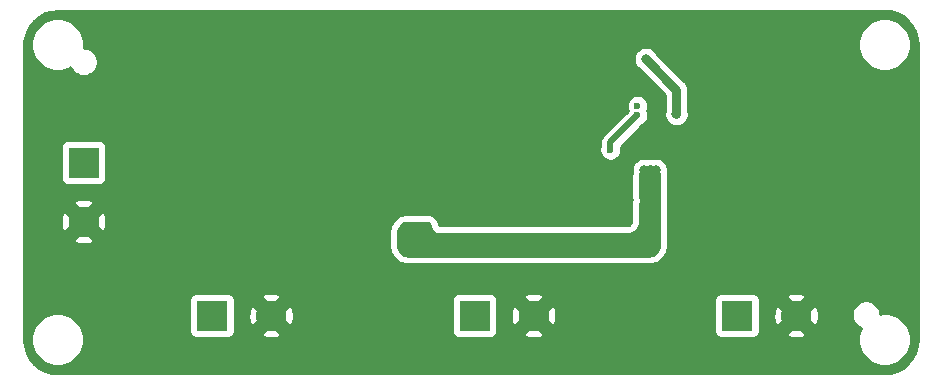
<source format=gbr>
G04 #@! TF.GenerationSoftware,KiCad,Pcbnew,(5.1.6)-1*
G04 #@! TF.CreationDate,2020-09-10T01:06:56+02:00*
G04 #@! TF.ProjectId,BananaSchplit,42616e61-6e61-4536-9368-706c69742e6b,rev?*
G04 #@! TF.SameCoordinates,Original*
G04 #@! TF.FileFunction,Copper,L2,Bot*
G04 #@! TF.FilePolarity,Positive*
%FSLAX46Y46*%
G04 Gerber Fmt 4.6, Leading zero omitted, Abs format (unit mm)*
G04 Created by KiCad (PCBNEW (5.1.6)-1) date 2020-09-10 01:06:56*
%MOMM*%
%LPD*%
G01*
G04 APERTURE LIST*
G04 #@! TA.AperFunction,Conductor*
%ADD10R,2.950000X4.500000*%
G04 #@! TD*
G04 #@! TA.AperFunction,ComponentPad*
%ADD11C,2.600000*%
G04 #@! TD*
G04 #@! TA.AperFunction,ComponentPad*
%ADD12R,2.600000X2.600000*%
G04 #@! TD*
G04 #@! TA.AperFunction,ViaPad*
%ADD13C,0.600000*%
G04 #@! TD*
G04 #@! TA.AperFunction,ViaPad*
%ADD14C,0.800000*%
G04 #@! TD*
G04 #@! TA.AperFunction,ViaPad*
%ADD15C,1.000000*%
G04 #@! TD*
G04 #@! TA.AperFunction,Conductor*
%ADD16C,0.500000*%
G04 #@! TD*
G04 #@! TA.AperFunction,Conductor*
%ADD17C,0.750000*%
G04 #@! TD*
G04 #@! TA.AperFunction,Conductor*
%ADD18C,0.254000*%
G04 #@! TD*
G04 APERTURE END LIST*
D10*
X47850000Y-20895000D03*
D11*
X40875000Y-42250000D03*
D12*
X35875000Y-42250000D03*
X25000000Y-29300000D03*
D11*
X25000000Y-34300000D03*
X63100000Y-42250000D03*
D12*
X58100000Y-42250000D03*
X80325000Y-42250000D03*
D11*
X85325000Y-42250000D03*
D13*
X68850000Y-24950000D03*
X68000000Y-24950000D03*
X68000000Y-24100000D03*
X68850000Y-24100000D03*
X69700000Y-24100000D03*
X69700000Y-24950000D03*
X69700000Y-25800000D03*
X68850000Y-25800000D03*
X68000000Y-25800000D03*
D14*
X56950000Y-26250000D03*
X57125000Y-24950000D03*
X60425000Y-23700000D03*
X63875000Y-22525000D03*
X62825000Y-20100000D03*
X66825000Y-18075000D03*
X79050000Y-28100000D03*
X81025000Y-28625000D03*
X81175000Y-25900000D03*
X81175000Y-25000000D03*
X77750000Y-25000000D03*
X77750000Y-25900000D03*
X68950000Y-33650000D03*
X69050000Y-32500000D03*
X52575000Y-43925000D03*
X72825000Y-44125000D03*
X30325000Y-44075000D03*
X27500000Y-17000000D03*
X30000000Y-17000000D03*
X32500000Y-17000000D03*
X35000000Y-17000000D03*
X37500000Y-17000000D03*
X60000000Y-17000000D03*
X62500000Y-17000000D03*
X65000000Y-17000000D03*
X67500000Y-17000000D03*
X70000000Y-17000000D03*
X72500000Y-17000000D03*
X75000000Y-17000000D03*
X77500000Y-17000000D03*
X80000000Y-17000000D03*
X82500000Y-17000000D03*
X85000000Y-17000000D03*
X87500000Y-17000000D03*
X90000000Y-17000000D03*
X25000000Y-17000000D03*
X20500000Y-27500000D03*
X20500000Y-42500000D03*
X20500000Y-40000000D03*
X20500000Y-37500000D03*
X20500000Y-35000000D03*
X20500000Y-32500000D03*
X20500000Y-30000000D03*
X20500000Y-25000000D03*
X20500000Y-22500000D03*
X25000000Y-46500000D03*
X32500000Y-46500000D03*
X35000000Y-46500000D03*
X52500000Y-46500000D03*
X72500000Y-46500000D03*
X82500000Y-46500000D03*
X40000000Y-46500000D03*
X42500000Y-46500000D03*
X65000000Y-46500000D03*
X60000000Y-46500000D03*
X47500000Y-46500000D03*
X50000000Y-46500000D03*
X55000000Y-46500000D03*
X67500000Y-46500000D03*
X27500000Y-46500000D03*
X75000000Y-46500000D03*
X37500000Y-46500000D03*
X45000000Y-46500000D03*
X70000000Y-46500000D03*
X57500000Y-46500000D03*
X87500000Y-46500000D03*
X62500000Y-46500000D03*
X80000000Y-46500000D03*
X85000000Y-46500000D03*
X90000000Y-46500000D03*
X77500000Y-46500000D03*
X30000000Y-46500000D03*
X95000000Y-22500000D03*
X95000000Y-32500000D03*
X95000000Y-25000000D03*
X95000000Y-30000000D03*
X95000000Y-35000000D03*
X95000000Y-27500000D03*
X95000000Y-40000000D03*
X95000000Y-37500000D03*
X95000000Y-42500000D03*
X67150000Y-29450000D03*
X68250000Y-29450000D03*
X67150000Y-30500000D03*
X68250000Y-30500000D03*
X67150000Y-31550000D03*
X68250000Y-31550000D03*
X30000000Y-20000000D03*
X30000000Y-22500000D03*
X30000000Y-25000000D03*
X27500000Y-25000000D03*
X25000000Y-25000000D03*
X27500000Y-22500000D03*
X27500000Y-20000000D03*
X25000000Y-22500000D03*
X25000000Y-37500000D03*
X25000000Y-40000000D03*
X32500000Y-32500000D03*
X57500000Y-20000000D03*
X60000000Y-20000000D03*
X60000000Y-22500000D03*
X57500000Y-22500000D03*
X85000000Y-20000000D03*
X87500000Y-20000000D03*
X82500000Y-27500000D03*
X92500000Y-35000000D03*
X87500000Y-35000000D03*
X85000000Y-35000000D03*
X85000000Y-37500000D03*
X90000000Y-35000000D03*
X90000000Y-37500000D03*
X87500000Y-37500000D03*
X92500000Y-37500000D03*
X92500000Y-40000000D03*
X90000000Y-40000000D03*
X70000000Y-42500000D03*
X32500000Y-37500000D03*
X90000000Y-20000000D03*
X85000000Y-27500000D03*
X92500000Y-27500000D03*
X85000000Y-30000000D03*
X87500000Y-22500000D03*
X90000000Y-22500000D03*
X92500000Y-22500000D03*
X92500000Y-32500000D03*
X40000000Y-17000000D03*
X57500000Y-17000000D03*
X55000000Y-17000000D03*
X44050000Y-20250000D03*
X41700000Y-20550000D03*
X41700000Y-18450000D03*
X43000000Y-19500000D03*
X46800000Y-19050000D03*
X48900000Y-19050000D03*
X46800000Y-20250000D03*
X48900000Y-20250000D03*
X48900000Y-21550000D03*
X46800000Y-21550000D03*
X46800000Y-22800000D03*
X48900000Y-22800000D03*
X49100000Y-17350000D03*
X50250000Y-17350000D03*
X38550000Y-29050000D03*
X36050000Y-29050000D03*
X37300000Y-26850000D03*
X37300000Y-31250000D03*
X36400000Y-25100000D03*
X38200000Y-25100000D03*
X37300000Y-23200000D03*
X56950000Y-27450000D03*
X71150000Y-32500000D03*
X46650000Y-44800000D03*
X48350000Y-44800000D03*
X67500000Y-40000000D03*
X70000000Y-44450000D03*
X70000000Y-40000000D03*
X61050000Y-40000000D03*
X65150000Y-40000000D03*
X76500000Y-40000000D03*
X77900000Y-36850000D03*
X77900000Y-35000000D03*
X22700000Y-25000000D03*
X22700000Y-22500000D03*
X22700000Y-37500000D03*
X22700000Y-40000000D03*
X25000000Y-42500000D03*
X77900000Y-31650000D03*
X36100000Y-22300000D03*
X33750000Y-21500000D03*
D13*
X69600000Y-28200000D03*
X71900000Y-25300000D03*
X71900000Y-24500000D03*
D14*
X72600000Y-20537500D03*
X75200000Y-25200000D03*
X72425000Y-30950000D03*
X72425000Y-29925000D03*
X73450000Y-29925000D03*
X73450000Y-30950000D03*
D15*
X52250000Y-35000000D03*
X53750000Y-35000000D03*
X52250000Y-36500000D03*
X53750000Y-36500000D03*
D16*
X69600000Y-27600000D02*
X71900000Y-25300000D01*
X69600000Y-28200000D02*
X69600000Y-27600000D01*
D17*
X75200000Y-23137500D02*
X72600000Y-20537500D01*
X75200000Y-25200000D02*
X75200000Y-23137500D01*
D18*
G36*
X93352572Y-16509307D02*
G01*
X93884093Y-16669783D01*
X94374333Y-16930448D01*
X94804596Y-17281361D01*
X95158507Y-17709167D01*
X95422583Y-18197566D01*
X95586768Y-18727961D01*
X95648001Y-19310552D01*
X95648000Y-44268115D01*
X95590693Y-44852572D01*
X95430217Y-45384096D01*
X95169554Y-45874330D01*
X94818641Y-46304594D01*
X94390832Y-46658508D01*
X93902432Y-46922585D01*
X93372039Y-47086768D01*
X92789457Y-47148000D01*
X22831885Y-47148000D01*
X22247428Y-47090693D01*
X21715904Y-46930217D01*
X21225670Y-46669554D01*
X20795406Y-46318641D01*
X20441492Y-45890832D01*
X20177415Y-45402432D01*
X20013232Y-44872039D01*
X19952000Y-44289457D01*
X19952000Y-44080660D01*
X20573000Y-44080660D01*
X20573000Y-44519340D01*
X20658582Y-44949592D01*
X20826458Y-45354880D01*
X21070176Y-45719630D01*
X21380370Y-46029824D01*
X21745120Y-46273542D01*
X22150408Y-46441418D01*
X22580660Y-46527000D01*
X23019340Y-46527000D01*
X23449592Y-46441418D01*
X23854880Y-46273542D01*
X24219630Y-46029824D01*
X24529824Y-45719630D01*
X24773542Y-45354880D01*
X24941418Y-44949592D01*
X25027000Y-44519340D01*
X25027000Y-44080660D01*
X24941418Y-43650408D01*
X24773542Y-43245120D01*
X24529824Y-42880370D01*
X24219630Y-42570176D01*
X23854880Y-42326458D01*
X23449592Y-42158582D01*
X23019340Y-42073000D01*
X22580660Y-42073000D01*
X22150408Y-42158582D01*
X21745120Y-42326458D01*
X21380370Y-42570176D01*
X21070176Y-42880370D01*
X20826458Y-43245120D01*
X20658582Y-43650408D01*
X20573000Y-44080660D01*
X19952000Y-44080660D01*
X19952000Y-40950000D01*
X33944967Y-40950000D01*
X33944967Y-43550000D01*
X33957073Y-43672913D01*
X33992925Y-43791103D01*
X34051147Y-43900028D01*
X34129499Y-43995501D01*
X34224972Y-44073853D01*
X34333897Y-44132075D01*
X34452087Y-44167927D01*
X34575000Y-44180033D01*
X37175000Y-44180033D01*
X37297913Y-44167927D01*
X37416103Y-44132075D01*
X37525028Y-44073853D01*
X37620501Y-43995501D01*
X37698853Y-43900028D01*
X37746860Y-43810212D01*
X40019066Y-43810212D01*
X40178033Y-44056540D01*
X40543863Y-44157800D01*
X40922419Y-44185744D01*
X41299153Y-44139298D01*
X41571967Y-44056540D01*
X41730934Y-43810212D01*
X40875000Y-42954278D01*
X40019066Y-43810212D01*
X37746860Y-43810212D01*
X37757075Y-43791103D01*
X37792927Y-43672913D01*
X37805033Y-43550000D01*
X37805033Y-42297419D01*
X38939256Y-42297419D01*
X38985702Y-42674153D01*
X39068460Y-42946967D01*
X39314788Y-43105934D01*
X40170722Y-42250000D01*
X41579278Y-42250000D01*
X42435212Y-43105934D01*
X42681540Y-42946967D01*
X42782800Y-42581137D01*
X42810744Y-42202581D01*
X42764298Y-41825847D01*
X42681540Y-41553033D01*
X42435212Y-41394066D01*
X41579278Y-42250000D01*
X40170722Y-42250000D01*
X39314788Y-41394066D01*
X39068460Y-41553033D01*
X38967200Y-41918863D01*
X38939256Y-42297419D01*
X37805033Y-42297419D01*
X37805033Y-40950000D01*
X37792927Y-40827087D01*
X37757075Y-40708897D01*
X37746861Y-40689788D01*
X40019066Y-40689788D01*
X40875000Y-41545722D01*
X41470722Y-40950000D01*
X56169967Y-40950000D01*
X56169967Y-43550000D01*
X56182073Y-43672913D01*
X56217925Y-43791103D01*
X56276147Y-43900028D01*
X56354499Y-43995501D01*
X56449972Y-44073853D01*
X56558897Y-44132075D01*
X56677087Y-44167927D01*
X56800000Y-44180033D01*
X59400000Y-44180033D01*
X59522913Y-44167927D01*
X59641103Y-44132075D01*
X59750028Y-44073853D01*
X59845501Y-43995501D01*
X59923853Y-43900028D01*
X59971860Y-43810212D01*
X62244066Y-43810212D01*
X62403033Y-44056540D01*
X62768863Y-44157800D01*
X63147419Y-44185744D01*
X63524153Y-44139298D01*
X63796967Y-44056540D01*
X63955934Y-43810212D01*
X63100000Y-42954278D01*
X62244066Y-43810212D01*
X59971860Y-43810212D01*
X59982075Y-43791103D01*
X60017927Y-43672913D01*
X60030033Y-43550000D01*
X60030033Y-42297419D01*
X61164256Y-42297419D01*
X61210702Y-42674153D01*
X61293460Y-42946967D01*
X61539788Y-43105934D01*
X62395722Y-42250000D01*
X63804278Y-42250000D01*
X64660212Y-43105934D01*
X64906540Y-42946967D01*
X65007800Y-42581137D01*
X65035744Y-42202581D01*
X64989298Y-41825847D01*
X64906540Y-41553033D01*
X64660212Y-41394066D01*
X63804278Y-42250000D01*
X62395722Y-42250000D01*
X61539788Y-41394066D01*
X61293460Y-41553033D01*
X61192200Y-41918863D01*
X61164256Y-42297419D01*
X60030033Y-42297419D01*
X60030033Y-40950000D01*
X60017927Y-40827087D01*
X59982075Y-40708897D01*
X59971861Y-40689788D01*
X62244066Y-40689788D01*
X63100000Y-41545722D01*
X63695722Y-40950000D01*
X78394967Y-40950000D01*
X78394967Y-43550000D01*
X78407073Y-43672913D01*
X78442925Y-43791103D01*
X78501147Y-43900028D01*
X78579499Y-43995501D01*
X78674972Y-44073853D01*
X78783897Y-44132075D01*
X78902087Y-44167927D01*
X79025000Y-44180033D01*
X81625000Y-44180033D01*
X81747913Y-44167927D01*
X81866103Y-44132075D01*
X81975028Y-44073853D01*
X82070501Y-43995501D01*
X82148853Y-43900028D01*
X82196860Y-43810212D01*
X84469066Y-43810212D01*
X84628033Y-44056540D01*
X84993863Y-44157800D01*
X85372419Y-44185744D01*
X85749153Y-44139298D01*
X86021967Y-44056540D01*
X86180934Y-43810212D01*
X85325000Y-42954278D01*
X84469066Y-43810212D01*
X82196860Y-43810212D01*
X82207075Y-43791103D01*
X82242927Y-43672913D01*
X82255033Y-43550000D01*
X82255033Y-42297419D01*
X83389256Y-42297419D01*
X83435702Y-42674153D01*
X83518460Y-42946967D01*
X83764788Y-43105934D01*
X84620722Y-42250000D01*
X86029278Y-42250000D01*
X86885212Y-43105934D01*
X87131540Y-42946967D01*
X87232800Y-42581137D01*
X87260744Y-42202581D01*
X87242737Y-42056515D01*
X90047000Y-42056515D01*
X90047000Y-42293485D01*
X90093230Y-42525902D01*
X90183915Y-42744834D01*
X90315569Y-42941868D01*
X90483132Y-43109431D01*
X90680166Y-43241085D01*
X90806461Y-43293398D01*
X90658582Y-43650408D01*
X90573000Y-44080660D01*
X90573000Y-44519340D01*
X90658582Y-44949592D01*
X90826458Y-45354880D01*
X91070176Y-45719630D01*
X91380370Y-46029824D01*
X91745120Y-46273542D01*
X92150408Y-46441418D01*
X92580660Y-46527000D01*
X93019340Y-46527000D01*
X93449592Y-46441418D01*
X93854880Y-46273542D01*
X94219630Y-46029824D01*
X94529824Y-45719630D01*
X94773542Y-45354880D01*
X94941418Y-44949592D01*
X95027000Y-44519340D01*
X95027000Y-44080660D01*
X94941418Y-43650408D01*
X94773542Y-43245120D01*
X94529824Y-42880370D01*
X94219630Y-42570176D01*
X93854880Y-42326458D01*
X93449592Y-42158582D01*
X93019340Y-42073000D01*
X92580660Y-42073000D01*
X92453000Y-42098393D01*
X92453000Y-42056515D01*
X92406770Y-41824098D01*
X92316085Y-41605166D01*
X92184431Y-41408132D01*
X92016868Y-41240569D01*
X91819834Y-41108915D01*
X91600902Y-41018230D01*
X91368485Y-40972000D01*
X91131515Y-40972000D01*
X90899098Y-41018230D01*
X90680166Y-41108915D01*
X90483132Y-41240569D01*
X90315569Y-41408132D01*
X90183915Y-41605166D01*
X90093230Y-41824098D01*
X90047000Y-42056515D01*
X87242737Y-42056515D01*
X87214298Y-41825847D01*
X87131540Y-41553033D01*
X86885212Y-41394066D01*
X86029278Y-42250000D01*
X84620722Y-42250000D01*
X83764788Y-41394066D01*
X83518460Y-41553033D01*
X83417200Y-41918863D01*
X83389256Y-42297419D01*
X82255033Y-42297419D01*
X82255033Y-40950000D01*
X82242927Y-40827087D01*
X82207075Y-40708897D01*
X82196861Y-40689788D01*
X84469066Y-40689788D01*
X85325000Y-41545722D01*
X86180934Y-40689788D01*
X86021967Y-40443460D01*
X85656137Y-40342200D01*
X85277581Y-40314256D01*
X84900847Y-40360702D01*
X84628033Y-40443460D01*
X84469066Y-40689788D01*
X82196861Y-40689788D01*
X82148853Y-40599972D01*
X82070501Y-40504499D01*
X81975028Y-40426147D01*
X81866103Y-40367925D01*
X81747913Y-40332073D01*
X81625000Y-40319967D01*
X79025000Y-40319967D01*
X78902087Y-40332073D01*
X78783897Y-40367925D01*
X78674972Y-40426147D01*
X78579499Y-40504499D01*
X78501147Y-40599972D01*
X78442925Y-40708897D01*
X78407073Y-40827087D01*
X78394967Y-40950000D01*
X63695722Y-40950000D01*
X63955934Y-40689788D01*
X63796967Y-40443460D01*
X63431137Y-40342200D01*
X63052581Y-40314256D01*
X62675847Y-40360702D01*
X62403033Y-40443460D01*
X62244066Y-40689788D01*
X59971861Y-40689788D01*
X59923853Y-40599972D01*
X59845501Y-40504499D01*
X59750028Y-40426147D01*
X59641103Y-40367925D01*
X59522913Y-40332073D01*
X59400000Y-40319967D01*
X56800000Y-40319967D01*
X56677087Y-40332073D01*
X56558897Y-40367925D01*
X56449972Y-40426147D01*
X56354499Y-40504499D01*
X56276147Y-40599972D01*
X56217925Y-40708897D01*
X56182073Y-40827087D01*
X56169967Y-40950000D01*
X41470722Y-40950000D01*
X41730934Y-40689788D01*
X41571967Y-40443460D01*
X41206137Y-40342200D01*
X40827581Y-40314256D01*
X40450847Y-40360702D01*
X40178033Y-40443460D01*
X40019066Y-40689788D01*
X37746861Y-40689788D01*
X37698853Y-40599972D01*
X37620501Y-40504499D01*
X37525028Y-40426147D01*
X37416103Y-40367925D01*
X37297913Y-40332073D01*
X37175000Y-40319967D01*
X34575000Y-40319967D01*
X34452087Y-40332073D01*
X34333897Y-40367925D01*
X34224972Y-40426147D01*
X34129499Y-40504499D01*
X34051147Y-40599972D01*
X33992925Y-40708897D01*
X33957073Y-40827087D01*
X33944967Y-40950000D01*
X19952000Y-40950000D01*
X19952000Y-35860212D01*
X24144066Y-35860212D01*
X24303033Y-36106540D01*
X24668863Y-36207800D01*
X25047419Y-36235744D01*
X25424153Y-36189298D01*
X25696967Y-36106540D01*
X25855934Y-35860212D01*
X25245722Y-35250000D01*
X50873000Y-35250000D01*
X50873000Y-36300000D01*
X50876019Y-36361458D01*
X50895234Y-36556548D01*
X50919213Y-36677096D01*
X50976118Y-36864689D01*
X51023155Y-36978249D01*
X51115565Y-37151136D01*
X51183852Y-37253334D01*
X51308215Y-37404871D01*
X51395129Y-37491785D01*
X51546666Y-37616148D01*
X51648864Y-37684435D01*
X51821751Y-37776845D01*
X51935311Y-37823882D01*
X52122904Y-37880787D01*
X52243452Y-37904766D01*
X52438542Y-37923981D01*
X52500000Y-37927000D01*
X72850000Y-37927000D01*
X72911458Y-37923981D01*
X73106548Y-37904766D01*
X73227096Y-37880787D01*
X73414689Y-37823882D01*
X73528249Y-37776845D01*
X73701136Y-37684435D01*
X73803334Y-37616148D01*
X73954871Y-37491785D01*
X74041785Y-37404871D01*
X74166148Y-37253334D01*
X74234435Y-37151136D01*
X74326845Y-36978249D01*
X74373882Y-36864689D01*
X74430787Y-36677096D01*
X74454766Y-36556548D01*
X74473981Y-36361458D01*
X74477000Y-36300000D01*
X74477000Y-30425000D01*
X74473981Y-30363542D01*
X74456207Y-30183083D01*
X74450996Y-30156884D01*
X74477000Y-30026151D01*
X74477000Y-29823849D01*
X74437533Y-29625435D01*
X74360115Y-29438533D01*
X74247723Y-29270326D01*
X74104674Y-29127277D01*
X73936467Y-29014885D01*
X73749565Y-28937467D01*
X73551151Y-28898000D01*
X73348849Y-28898000D01*
X73268457Y-28913991D01*
X73166917Y-28893793D01*
X72986458Y-28876019D01*
X72863542Y-28876019D01*
X72683083Y-28893793D01*
X72594043Y-28911504D01*
X72526151Y-28898000D01*
X72323849Y-28898000D01*
X72125435Y-28937467D01*
X71938533Y-29014885D01*
X71770326Y-29127277D01*
X71627277Y-29270326D01*
X71514885Y-29438533D01*
X71437467Y-29625435D01*
X71398000Y-29823849D01*
X71398000Y-30026151D01*
X71411504Y-30094043D01*
X71393793Y-30183083D01*
X71376019Y-30363542D01*
X71373000Y-30425000D01*
X71373000Y-34219194D01*
X71362857Y-34322180D01*
X71341806Y-34391577D01*
X71307614Y-34455544D01*
X71261606Y-34511606D01*
X71205544Y-34557614D01*
X71141577Y-34591806D01*
X71072180Y-34612857D01*
X70969194Y-34623000D01*
X55115690Y-34623000D01*
X55104599Y-34538751D01*
X55062235Y-34380648D01*
X55012285Y-34260058D01*
X54930443Y-34118304D01*
X54850983Y-34014751D01*
X54735249Y-33899017D01*
X54631696Y-33819557D01*
X54489942Y-33737715D01*
X54369352Y-33687765D01*
X54211249Y-33645401D01*
X54081839Y-33628364D01*
X54000000Y-33623000D01*
X52500000Y-33623000D01*
X52438542Y-33626019D01*
X52243452Y-33645234D01*
X52122904Y-33669213D01*
X51935311Y-33726118D01*
X51821751Y-33773155D01*
X51648864Y-33865565D01*
X51546666Y-33933852D01*
X51395129Y-34058215D01*
X51308215Y-34145129D01*
X51183852Y-34296666D01*
X51115565Y-34398864D01*
X51023155Y-34571751D01*
X50976118Y-34685311D01*
X50919213Y-34872904D01*
X50895234Y-34993452D01*
X50876019Y-35188542D01*
X50873000Y-35250000D01*
X25245722Y-35250000D01*
X25000000Y-35004278D01*
X24144066Y-35860212D01*
X19952000Y-35860212D01*
X19952000Y-34347419D01*
X23064256Y-34347419D01*
X23110702Y-34724153D01*
X23193460Y-34996967D01*
X23439788Y-35155934D01*
X24295722Y-34300000D01*
X25704278Y-34300000D01*
X26560212Y-35155934D01*
X26806540Y-34996967D01*
X26907800Y-34631137D01*
X26935744Y-34252581D01*
X26889298Y-33875847D01*
X26806540Y-33603033D01*
X26560212Y-33444066D01*
X25704278Y-34300000D01*
X24295722Y-34300000D01*
X23439788Y-33444066D01*
X23193460Y-33603033D01*
X23092200Y-33968863D01*
X23064256Y-34347419D01*
X19952000Y-34347419D01*
X19952000Y-32739788D01*
X24144066Y-32739788D01*
X25000000Y-33595722D01*
X25855934Y-32739788D01*
X25696967Y-32493460D01*
X25331137Y-32392200D01*
X24952581Y-32364256D01*
X24575847Y-32410702D01*
X24303033Y-32493460D01*
X24144066Y-32739788D01*
X19952000Y-32739788D01*
X19952000Y-28000000D01*
X23069967Y-28000000D01*
X23069967Y-30600000D01*
X23082073Y-30722913D01*
X23117925Y-30841103D01*
X23176147Y-30950028D01*
X23254499Y-31045501D01*
X23349972Y-31123853D01*
X23458897Y-31182075D01*
X23577087Y-31217927D01*
X23700000Y-31230033D01*
X26300000Y-31230033D01*
X26422913Y-31217927D01*
X26541103Y-31182075D01*
X26650028Y-31123853D01*
X26745501Y-31045501D01*
X26823853Y-30950028D01*
X26882075Y-30841103D01*
X26917927Y-30722913D01*
X26930033Y-30600000D01*
X26930033Y-28108699D01*
X68673000Y-28108699D01*
X68673000Y-28291301D01*
X68708624Y-28470396D01*
X68778504Y-28639099D01*
X68879952Y-28790928D01*
X69009072Y-28920048D01*
X69160901Y-29021496D01*
X69329604Y-29091376D01*
X69508699Y-29127000D01*
X69691301Y-29127000D01*
X69870396Y-29091376D01*
X70039099Y-29021496D01*
X70190928Y-28920048D01*
X70320048Y-28790928D01*
X70421496Y-28639099D01*
X70491376Y-28470396D01*
X70527000Y-28291301D01*
X70527000Y-28108699D01*
X70494576Y-27945689D01*
X72304393Y-26135872D01*
X72339099Y-26121496D01*
X72490928Y-26020048D01*
X72620048Y-25890928D01*
X72721496Y-25739099D01*
X72791376Y-25570396D01*
X72827000Y-25391301D01*
X72827000Y-25208699D01*
X72791376Y-25029604D01*
X72737692Y-24900000D01*
X72791376Y-24770396D01*
X72827000Y-24591301D01*
X72827000Y-24408699D01*
X72791376Y-24229604D01*
X72721496Y-24060901D01*
X72620048Y-23909072D01*
X72490928Y-23779952D01*
X72339099Y-23678504D01*
X72170396Y-23608624D01*
X71991301Y-23573000D01*
X71808699Y-23573000D01*
X71629604Y-23608624D01*
X71460901Y-23678504D01*
X71309072Y-23779952D01*
X71179952Y-23909072D01*
X71078504Y-24060901D01*
X71008624Y-24229604D01*
X70973000Y-24408699D01*
X70973000Y-24591301D01*
X71008624Y-24770396D01*
X71061555Y-24898180D01*
X69010327Y-26949408D01*
X68976868Y-26976867D01*
X68949409Y-27010326D01*
X68949406Y-27010329D01*
X68867274Y-27110408D01*
X68785838Y-27262763D01*
X68785838Y-27262764D01*
X68735690Y-27428078D01*
X68718757Y-27600000D01*
X68723000Y-27643079D01*
X68723000Y-27894898D01*
X68708624Y-27929604D01*
X68673000Y-28108699D01*
X26930033Y-28108699D01*
X26930033Y-28000000D01*
X26917927Y-27877087D01*
X26882075Y-27758897D01*
X26823853Y-27649972D01*
X26745501Y-27554499D01*
X26650028Y-27476147D01*
X26541103Y-27417925D01*
X26422913Y-27382073D01*
X26300000Y-27369967D01*
X23700000Y-27369967D01*
X23577087Y-27382073D01*
X23458897Y-27417925D01*
X23349972Y-27476147D01*
X23254499Y-27554499D01*
X23176147Y-27649972D01*
X23117925Y-27758897D01*
X23082073Y-27877087D01*
X23069967Y-28000000D01*
X19952000Y-28000000D01*
X19952000Y-19331885D01*
X19976633Y-19080660D01*
X20573000Y-19080660D01*
X20573000Y-19519340D01*
X20658582Y-19949592D01*
X20826458Y-20354880D01*
X21070176Y-20719630D01*
X21380370Y-21029824D01*
X21745120Y-21273542D01*
X22150408Y-21441418D01*
X22580660Y-21527000D01*
X23019340Y-21527000D01*
X23449592Y-21441418D01*
X23854880Y-21273542D01*
X23893653Y-21247634D01*
X23933915Y-21344834D01*
X24065569Y-21541868D01*
X24233132Y-21709431D01*
X24430166Y-21841085D01*
X24649098Y-21931770D01*
X24881515Y-21978000D01*
X25118485Y-21978000D01*
X25350902Y-21931770D01*
X25569834Y-21841085D01*
X25766868Y-21709431D01*
X25934431Y-21541868D01*
X26066085Y-21344834D01*
X26156770Y-21125902D01*
X26203000Y-20893485D01*
X26203000Y-20656515D01*
X26159207Y-20436349D01*
X71573000Y-20436349D01*
X71573000Y-20638651D01*
X71612467Y-20837065D01*
X71689885Y-21023967D01*
X71802277Y-21192174D01*
X71945326Y-21335223D01*
X72051876Y-21406418D01*
X74198001Y-23552543D01*
X74198000Y-24973165D01*
X74173000Y-25098849D01*
X74173000Y-25301151D01*
X74212467Y-25499565D01*
X74289885Y-25686467D01*
X74402277Y-25854674D01*
X74545326Y-25997723D01*
X74713533Y-26110115D01*
X74900435Y-26187533D01*
X75098849Y-26227000D01*
X75301151Y-26227000D01*
X75499565Y-26187533D01*
X75686467Y-26110115D01*
X75854674Y-25997723D01*
X75997723Y-25854674D01*
X76110115Y-25686467D01*
X76187533Y-25499565D01*
X76227000Y-25301151D01*
X76227000Y-25098849D01*
X76202000Y-24973166D01*
X76202000Y-23186715D01*
X76206847Y-23137499D01*
X76202000Y-23088283D01*
X76202000Y-23088277D01*
X76187502Y-22941074D01*
X76130206Y-22752196D01*
X76037164Y-22578125D01*
X75911949Y-22425551D01*
X75873715Y-22394173D01*
X73468918Y-19989376D01*
X73397723Y-19882826D01*
X73254674Y-19739777D01*
X73086467Y-19627385D01*
X72899565Y-19549967D01*
X72701151Y-19510500D01*
X72498849Y-19510500D01*
X72300435Y-19549967D01*
X72113533Y-19627385D01*
X71945326Y-19739777D01*
X71802277Y-19882826D01*
X71689885Y-20051033D01*
X71612467Y-20237935D01*
X71573000Y-20436349D01*
X26159207Y-20436349D01*
X26156770Y-20424098D01*
X26066085Y-20205166D01*
X25934431Y-20008132D01*
X25766868Y-19840569D01*
X25569834Y-19708915D01*
X25350902Y-19618230D01*
X25118485Y-19572000D01*
X25016525Y-19572000D01*
X25027000Y-19519340D01*
X25027000Y-19080660D01*
X90573000Y-19080660D01*
X90573000Y-19519340D01*
X90658582Y-19949592D01*
X90826458Y-20354880D01*
X91070176Y-20719630D01*
X91380370Y-21029824D01*
X91745120Y-21273542D01*
X92150408Y-21441418D01*
X92580660Y-21527000D01*
X93019340Y-21527000D01*
X93449592Y-21441418D01*
X93854880Y-21273542D01*
X94219630Y-21029824D01*
X94529824Y-20719630D01*
X94773542Y-20354880D01*
X94941418Y-19949592D01*
X95027000Y-19519340D01*
X95027000Y-19080660D01*
X94941418Y-18650408D01*
X94773542Y-18245120D01*
X94529824Y-17880370D01*
X94219630Y-17570176D01*
X93854880Y-17326458D01*
X93449592Y-17158582D01*
X93019340Y-17073000D01*
X92580660Y-17073000D01*
X92150408Y-17158582D01*
X91745120Y-17326458D01*
X91380370Y-17570176D01*
X91070176Y-17880370D01*
X90826458Y-18245120D01*
X90658582Y-18650408D01*
X90573000Y-19080660D01*
X25027000Y-19080660D01*
X24941418Y-18650408D01*
X24773542Y-18245120D01*
X24529824Y-17880370D01*
X24219630Y-17570176D01*
X23854880Y-17326458D01*
X23449592Y-17158582D01*
X23019340Y-17073000D01*
X22580660Y-17073000D01*
X22150408Y-17158582D01*
X21745120Y-17326458D01*
X21380370Y-17570176D01*
X21070176Y-17880370D01*
X20826458Y-18245120D01*
X20658582Y-18650408D01*
X20573000Y-19080660D01*
X19976633Y-19080660D01*
X20009307Y-18747428D01*
X20169783Y-18215907D01*
X20430448Y-17725667D01*
X20781361Y-17295404D01*
X21209167Y-16941493D01*
X21697566Y-16677417D01*
X22227961Y-16513232D01*
X22810543Y-16452000D01*
X92768115Y-16452000D01*
X93352572Y-16509307D01*
G37*
X93352572Y-16509307D02*
X93884093Y-16669783D01*
X94374333Y-16930448D01*
X94804596Y-17281361D01*
X95158507Y-17709167D01*
X95422583Y-18197566D01*
X95586768Y-18727961D01*
X95648001Y-19310552D01*
X95648000Y-44268115D01*
X95590693Y-44852572D01*
X95430217Y-45384096D01*
X95169554Y-45874330D01*
X94818641Y-46304594D01*
X94390832Y-46658508D01*
X93902432Y-46922585D01*
X93372039Y-47086768D01*
X92789457Y-47148000D01*
X22831885Y-47148000D01*
X22247428Y-47090693D01*
X21715904Y-46930217D01*
X21225670Y-46669554D01*
X20795406Y-46318641D01*
X20441492Y-45890832D01*
X20177415Y-45402432D01*
X20013232Y-44872039D01*
X19952000Y-44289457D01*
X19952000Y-44080660D01*
X20573000Y-44080660D01*
X20573000Y-44519340D01*
X20658582Y-44949592D01*
X20826458Y-45354880D01*
X21070176Y-45719630D01*
X21380370Y-46029824D01*
X21745120Y-46273542D01*
X22150408Y-46441418D01*
X22580660Y-46527000D01*
X23019340Y-46527000D01*
X23449592Y-46441418D01*
X23854880Y-46273542D01*
X24219630Y-46029824D01*
X24529824Y-45719630D01*
X24773542Y-45354880D01*
X24941418Y-44949592D01*
X25027000Y-44519340D01*
X25027000Y-44080660D01*
X24941418Y-43650408D01*
X24773542Y-43245120D01*
X24529824Y-42880370D01*
X24219630Y-42570176D01*
X23854880Y-42326458D01*
X23449592Y-42158582D01*
X23019340Y-42073000D01*
X22580660Y-42073000D01*
X22150408Y-42158582D01*
X21745120Y-42326458D01*
X21380370Y-42570176D01*
X21070176Y-42880370D01*
X20826458Y-43245120D01*
X20658582Y-43650408D01*
X20573000Y-44080660D01*
X19952000Y-44080660D01*
X19952000Y-40950000D01*
X33944967Y-40950000D01*
X33944967Y-43550000D01*
X33957073Y-43672913D01*
X33992925Y-43791103D01*
X34051147Y-43900028D01*
X34129499Y-43995501D01*
X34224972Y-44073853D01*
X34333897Y-44132075D01*
X34452087Y-44167927D01*
X34575000Y-44180033D01*
X37175000Y-44180033D01*
X37297913Y-44167927D01*
X37416103Y-44132075D01*
X37525028Y-44073853D01*
X37620501Y-43995501D01*
X37698853Y-43900028D01*
X37746860Y-43810212D01*
X40019066Y-43810212D01*
X40178033Y-44056540D01*
X40543863Y-44157800D01*
X40922419Y-44185744D01*
X41299153Y-44139298D01*
X41571967Y-44056540D01*
X41730934Y-43810212D01*
X40875000Y-42954278D01*
X40019066Y-43810212D01*
X37746860Y-43810212D01*
X37757075Y-43791103D01*
X37792927Y-43672913D01*
X37805033Y-43550000D01*
X37805033Y-42297419D01*
X38939256Y-42297419D01*
X38985702Y-42674153D01*
X39068460Y-42946967D01*
X39314788Y-43105934D01*
X40170722Y-42250000D01*
X41579278Y-42250000D01*
X42435212Y-43105934D01*
X42681540Y-42946967D01*
X42782800Y-42581137D01*
X42810744Y-42202581D01*
X42764298Y-41825847D01*
X42681540Y-41553033D01*
X42435212Y-41394066D01*
X41579278Y-42250000D01*
X40170722Y-42250000D01*
X39314788Y-41394066D01*
X39068460Y-41553033D01*
X38967200Y-41918863D01*
X38939256Y-42297419D01*
X37805033Y-42297419D01*
X37805033Y-40950000D01*
X37792927Y-40827087D01*
X37757075Y-40708897D01*
X37746861Y-40689788D01*
X40019066Y-40689788D01*
X40875000Y-41545722D01*
X41470722Y-40950000D01*
X56169967Y-40950000D01*
X56169967Y-43550000D01*
X56182073Y-43672913D01*
X56217925Y-43791103D01*
X56276147Y-43900028D01*
X56354499Y-43995501D01*
X56449972Y-44073853D01*
X56558897Y-44132075D01*
X56677087Y-44167927D01*
X56800000Y-44180033D01*
X59400000Y-44180033D01*
X59522913Y-44167927D01*
X59641103Y-44132075D01*
X59750028Y-44073853D01*
X59845501Y-43995501D01*
X59923853Y-43900028D01*
X59971860Y-43810212D01*
X62244066Y-43810212D01*
X62403033Y-44056540D01*
X62768863Y-44157800D01*
X63147419Y-44185744D01*
X63524153Y-44139298D01*
X63796967Y-44056540D01*
X63955934Y-43810212D01*
X63100000Y-42954278D01*
X62244066Y-43810212D01*
X59971860Y-43810212D01*
X59982075Y-43791103D01*
X60017927Y-43672913D01*
X60030033Y-43550000D01*
X60030033Y-42297419D01*
X61164256Y-42297419D01*
X61210702Y-42674153D01*
X61293460Y-42946967D01*
X61539788Y-43105934D01*
X62395722Y-42250000D01*
X63804278Y-42250000D01*
X64660212Y-43105934D01*
X64906540Y-42946967D01*
X65007800Y-42581137D01*
X65035744Y-42202581D01*
X64989298Y-41825847D01*
X64906540Y-41553033D01*
X64660212Y-41394066D01*
X63804278Y-42250000D01*
X62395722Y-42250000D01*
X61539788Y-41394066D01*
X61293460Y-41553033D01*
X61192200Y-41918863D01*
X61164256Y-42297419D01*
X60030033Y-42297419D01*
X60030033Y-40950000D01*
X60017927Y-40827087D01*
X59982075Y-40708897D01*
X59971861Y-40689788D01*
X62244066Y-40689788D01*
X63100000Y-41545722D01*
X63695722Y-40950000D01*
X78394967Y-40950000D01*
X78394967Y-43550000D01*
X78407073Y-43672913D01*
X78442925Y-43791103D01*
X78501147Y-43900028D01*
X78579499Y-43995501D01*
X78674972Y-44073853D01*
X78783897Y-44132075D01*
X78902087Y-44167927D01*
X79025000Y-44180033D01*
X81625000Y-44180033D01*
X81747913Y-44167927D01*
X81866103Y-44132075D01*
X81975028Y-44073853D01*
X82070501Y-43995501D01*
X82148853Y-43900028D01*
X82196860Y-43810212D01*
X84469066Y-43810212D01*
X84628033Y-44056540D01*
X84993863Y-44157800D01*
X85372419Y-44185744D01*
X85749153Y-44139298D01*
X86021967Y-44056540D01*
X86180934Y-43810212D01*
X85325000Y-42954278D01*
X84469066Y-43810212D01*
X82196860Y-43810212D01*
X82207075Y-43791103D01*
X82242927Y-43672913D01*
X82255033Y-43550000D01*
X82255033Y-42297419D01*
X83389256Y-42297419D01*
X83435702Y-42674153D01*
X83518460Y-42946967D01*
X83764788Y-43105934D01*
X84620722Y-42250000D01*
X86029278Y-42250000D01*
X86885212Y-43105934D01*
X87131540Y-42946967D01*
X87232800Y-42581137D01*
X87260744Y-42202581D01*
X87242737Y-42056515D01*
X90047000Y-42056515D01*
X90047000Y-42293485D01*
X90093230Y-42525902D01*
X90183915Y-42744834D01*
X90315569Y-42941868D01*
X90483132Y-43109431D01*
X90680166Y-43241085D01*
X90806461Y-43293398D01*
X90658582Y-43650408D01*
X90573000Y-44080660D01*
X90573000Y-44519340D01*
X90658582Y-44949592D01*
X90826458Y-45354880D01*
X91070176Y-45719630D01*
X91380370Y-46029824D01*
X91745120Y-46273542D01*
X92150408Y-46441418D01*
X92580660Y-46527000D01*
X93019340Y-46527000D01*
X93449592Y-46441418D01*
X93854880Y-46273542D01*
X94219630Y-46029824D01*
X94529824Y-45719630D01*
X94773542Y-45354880D01*
X94941418Y-44949592D01*
X95027000Y-44519340D01*
X95027000Y-44080660D01*
X94941418Y-43650408D01*
X94773542Y-43245120D01*
X94529824Y-42880370D01*
X94219630Y-42570176D01*
X93854880Y-42326458D01*
X93449592Y-42158582D01*
X93019340Y-42073000D01*
X92580660Y-42073000D01*
X92453000Y-42098393D01*
X92453000Y-42056515D01*
X92406770Y-41824098D01*
X92316085Y-41605166D01*
X92184431Y-41408132D01*
X92016868Y-41240569D01*
X91819834Y-41108915D01*
X91600902Y-41018230D01*
X91368485Y-40972000D01*
X91131515Y-40972000D01*
X90899098Y-41018230D01*
X90680166Y-41108915D01*
X90483132Y-41240569D01*
X90315569Y-41408132D01*
X90183915Y-41605166D01*
X90093230Y-41824098D01*
X90047000Y-42056515D01*
X87242737Y-42056515D01*
X87214298Y-41825847D01*
X87131540Y-41553033D01*
X86885212Y-41394066D01*
X86029278Y-42250000D01*
X84620722Y-42250000D01*
X83764788Y-41394066D01*
X83518460Y-41553033D01*
X83417200Y-41918863D01*
X83389256Y-42297419D01*
X82255033Y-42297419D01*
X82255033Y-40950000D01*
X82242927Y-40827087D01*
X82207075Y-40708897D01*
X82196861Y-40689788D01*
X84469066Y-40689788D01*
X85325000Y-41545722D01*
X86180934Y-40689788D01*
X86021967Y-40443460D01*
X85656137Y-40342200D01*
X85277581Y-40314256D01*
X84900847Y-40360702D01*
X84628033Y-40443460D01*
X84469066Y-40689788D01*
X82196861Y-40689788D01*
X82148853Y-40599972D01*
X82070501Y-40504499D01*
X81975028Y-40426147D01*
X81866103Y-40367925D01*
X81747913Y-40332073D01*
X81625000Y-40319967D01*
X79025000Y-40319967D01*
X78902087Y-40332073D01*
X78783897Y-40367925D01*
X78674972Y-40426147D01*
X78579499Y-40504499D01*
X78501147Y-40599972D01*
X78442925Y-40708897D01*
X78407073Y-40827087D01*
X78394967Y-40950000D01*
X63695722Y-40950000D01*
X63955934Y-40689788D01*
X63796967Y-40443460D01*
X63431137Y-40342200D01*
X63052581Y-40314256D01*
X62675847Y-40360702D01*
X62403033Y-40443460D01*
X62244066Y-40689788D01*
X59971861Y-40689788D01*
X59923853Y-40599972D01*
X59845501Y-40504499D01*
X59750028Y-40426147D01*
X59641103Y-40367925D01*
X59522913Y-40332073D01*
X59400000Y-40319967D01*
X56800000Y-40319967D01*
X56677087Y-40332073D01*
X56558897Y-40367925D01*
X56449972Y-40426147D01*
X56354499Y-40504499D01*
X56276147Y-40599972D01*
X56217925Y-40708897D01*
X56182073Y-40827087D01*
X56169967Y-40950000D01*
X41470722Y-40950000D01*
X41730934Y-40689788D01*
X41571967Y-40443460D01*
X41206137Y-40342200D01*
X40827581Y-40314256D01*
X40450847Y-40360702D01*
X40178033Y-40443460D01*
X40019066Y-40689788D01*
X37746861Y-40689788D01*
X37698853Y-40599972D01*
X37620501Y-40504499D01*
X37525028Y-40426147D01*
X37416103Y-40367925D01*
X37297913Y-40332073D01*
X37175000Y-40319967D01*
X34575000Y-40319967D01*
X34452087Y-40332073D01*
X34333897Y-40367925D01*
X34224972Y-40426147D01*
X34129499Y-40504499D01*
X34051147Y-40599972D01*
X33992925Y-40708897D01*
X33957073Y-40827087D01*
X33944967Y-40950000D01*
X19952000Y-40950000D01*
X19952000Y-35860212D01*
X24144066Y-35860212D01*
X24303033Y-36106540D01*
X24668863Y-36207800D01*
X25047419Y-36235744D01*
X25424153Y-36189298D01*
X25696967Y-36106540D01*
X25855934Y-35860212D01*
X25245722Y-35250000D01*
X50873000Y-35250000D01*
X50873000Y-36300000D01*
X50876019Y-36361458D01*
X50895234Y-36556548D01*
X50919213Y-36677096D01*
X50976118Y-36864689D01*
X51023155Y-36978249D01*
X51115565Y-37151136D01*
X51183852Y-37253334D01*
X51308215Y-37404871D01*
X51395129Y-37491785D01*
X51546666Y-37616148D01*
X51648864Y-37684435D01*
X51821751Y-37776845D01*
X51935311Y-37823882D01*
X52122904Y-37880787D01*
X52243452Y-37904766D01*
X52438542Y-37923981D01*
X52500000Y-37927000D01*
X72850000Y-37927000D01*
X72911458Y-37923981D01*
X73106548Y-37904766D01*
X73227096Y-37880787D01*
X73414689Y-37823882D01*
X73528249Y-37776845D01*
X73701136Y-37684435D01*
X73803334Y-37616148D01*
X73954871Y-37491785D01*
X74041785Y-37404871D01*
X74166148Y-37253334D01*
X74234435Y-37151136D01*
X74326845Y-36978249D01*
X74373882Y-36864689D01*
X74430787Y-36677096D01*
X74454766Y-36556548D01*
X74473981Y-36361458D01*
X74477000Y-36300000D01*
X74477000Y-30425000D01*
X74473981Y-30363542D01*
X74456207Y-30183083D01*
X74450996Y-30156884D01*
X74477000Y-30026151D01*
X74477000Y-29823849D01*
X74437533Y-29625435D01*
X74360115Y-29438533D01*
X74247723Y-29270326D01*
X74104674Y-29127277D01*
X73936467Y-29014885D01*
X73749565Y-28937467D01*
X73551151Y-28898000D01*
X73348849Y-28898000D01*
X73268457Y-28913991D01*
X73166917Y-28893793D01*
X72986458Y-28876019D01*
X72863542Y-28876019D01*
X72683083Y-28893793D01*
X72594043Y-28911504D01*
X72526151Y-28898000D01*
X72323849Y-28898000D01*
X72125435Y-28937467D01*
X71938533Y-29014885D01*
X71770326Y-29127277D01*
X71627277Y-29270326D01*
X71514885Y-29438533D01*
X71437467Y-29625435D01*
X71398000Y-29823849D01*
X71398000Y-30026151D01*
X71411504Y-30094043D01*
X71393793Y-30183083D01*
X71376019Y-30363542D01*
X71373000Y-30425000D01*
X71373000Y-34219194D01*
X71362857Y-34322180D01*
X71341806Y-34391577D01*
X71307614Y-34455544D01*
X71261606Y-34511606D01*
X71205544Y-34557614D01*
X71141577Y-34591806D01*
X71072180Y-34612857D01*
X70969194Y-34623000D01*
X55115690Y-34623000D01*
X55104599Y-34538751D01*
X55062235Y-34380648D01*
X55012285Y-34260058D01*
X54930443Y-34118304D01*
X54850983Y-34014751D01*
X54735249Y-33899017D01*
X54631696Y-33819557D01*
X54489942Y-33737715D01*
X54369352Y-33687765D01*
X54211249Y-33645401D01*
X54081839Y-33628364D01*
X54000000Y-33623000D01*
X52500000Y-33623000D01*
X52438542Y-33626019D01*
X52243452Y-33645234D01*
X52122904Y-33669213D01*
X51935311Y-33726118D01*
X51821751Y-33773155D01*
X51648864Y-33865565D01*
X51546666Y-33933852D01*
X51395129Y-34058215D01*
X51308215Y-34145129D01*
X51183852Y-34296666D01*
X51115565Y-34398864D01*
X51023155Y-34571751D01*
X50976118Y-34685311D01*
X50919213Y-34872904D01*
X50895234Y-34993452D01*
X50876019Y-35188542D01*
X50873000Y-35250000D01*
X25245722Y-35250000D01*
X25000000Y-35004278D01*
X24144066Y-35860212D01*
X19952000Y-35860212D01*
X19952000Y-34347419D01*
X23064256Y-34347419D01*
X23110702Y-34724153D01*
X23193460Y-34996967D01*
X23439788Y-35155934D01*
X24295722Y-34300000D01*
X25704278Y-34300000D01*
X26560212Y-35155934D01*
X26806540Y-34996967D01*
X26907800Y-34631137D01*
X26935744Y-34252581D01*
X26889298Y-33875847D01*
X26806540Y-33603033D01*
X26560212Y-33444066D01*
X25704278Y-34300000D01*
X24295722Y-34300000D01*
X23439788Y-33444066D01*
X23193460Y-33603033D01*
X23092200Y-33968863D01*
X23064256Y-34347419D01*
X19952000Y-34347419D01*
X19952000Y-32739788D01*
X24144066Y-32739788D01*
X25000000Y-33595722D01*
X25855934Y-32739788D01*
X25696967Y-32493460D01*
X25331137Y-32392200D01*
X24952581Y-32364256D01*
X24575847Y-32410702D01*
X24303033Y-32493460D01*
X24144066Y-32739788D01*
X19952000Y-32739788D01*
X19952000Y-28000000D01*
X23069967Y-28000000D01*
X23069967Y-30600000D01*
X23082073Y-30722913D01*
X23117925Y-30841103D01*
X23176147Y-30950028D01*
X23254499Y-31045501D01*
X23349972Y-31123853D01*
X23458897Y-31182075D01*
X23577087Y-31217927D01*
X23700000Y-31230033D01*
X26300000Y-31230033D01*
X26422913Y-31217927D01*
X26541103Y-31182075D01*
X26650028Y-31123853D01*
X26745501Y-31045501D01*
X26823853Y-30950028D01*
X26882075Y-30841103D01*
X26917927Y-30722913D01*
X26930033Y-30600000D01*
X26930033Y-28108699D01*
X68673000Y-28108699D01*
X68673000Y-28291301D01*
X68708624Y-28470396D01*
X68778504Y-28639099D01*
X68879952Y-28790928D01*
X69009072Y-28920048D01*
X69160901Y-29021496D01*
X69329604Y-29091376D01*
X69508699Y-29127000D01*
X69691301Y-29127000D01*
X69870396Y-29091376D01*
X70039099Y-29021496D01*
X70190928Y-28920048D01*
X70320048Y-28790928D01*
X70421496Y-28639099D01*
X70491376Y-28470396D01*
X70527000Y-28291301D01*
X70527000Y-28108699D01*
X70494576Y-27945689D01*
X72304393Y-26135872D01*
X72339099Y-26121496D01*
X72490928Y-26020048D01*
X72620048Y-25890928D01*
X72721496Y-25739099D01*
X72791376Y-25570396D01*
X72827000Y-25391301D01*
X72827000Y-25208699D01*
X72791376Y-25029604D01*
X72737692Y-24900000D01*
X72791376Y-24770396D01*
X72827000Y-24591301D01*
X72827000Y-24408699D01*
X72791376Y-24229604D01*
X72721496Y-24060901D01*
X72620048Y-23909072D01*
X72490928Y-23779952D01*
X72339099Y-23678504D01*
X72170396Y-23608624D01*
X71991301Y-23573000D01*
X71808699Y-23573000D01*
X71629604Y-23608624D01*
X71460901Y-23678504D01*
X71309072Y-23779952D01*
X71179952Y-23909072D01*
X71078504Y-24060901D01*
X71008624Y-24229604D01*
X70973000Y-24408699D01*
X70973000Y-24591301D01*
X71008624Y-24770396D01*
X71061555Y-24898180D01*
X69010327Y-26949408D01*
X68976868Y-26976867D01*
X68949409Y-27010326D01*
X68949406Y-27010329D01*
X68867274Y-27110408D01*
X68785838Y-27262763D01*
X68785838Y-27262764D01*
X68735690Y-27428078D01*
X68718757Y-27600000D01*
X68723000Y-27643079D01*
X68723000Y-27894898D01*
X68708624Y-27929604D01*
X68673000Y-28108699D01*
X26930033Y-28108699D01*
X26930033Y-28000000D01*
X26917927Y-27877087D01*
X26882075Y-27758897D01*
X26823853Y-27649972D01*
X26745501Y-27554499D01*
X26650028Y-27476147D01*
X26541103Y-27417925D01*
X26422913Y-27382073D01*
X26300000Y-27369967D01*
X23700000Y-27369967D01*
X23577087Y-27382073D01*
X23458897Y-27417925D01*
X23349972Y-27476147D01*
X23254499Y-27554499D01*
X23176147Y-27649972D01*
X23117925Y-27758897D01*
X23082073Y-27877087D01*
X23069967Y-28000000D01*
X19952000Y-28000000D01*
X19952000Y-19331885D01*
X19976633Y-19080660D01*
X20573000Y-19080660D01*
X20573000Y-19519340D01*
X20658582Y-19949592D01*
X20826458Y-20354880D01*
X21070176Y-20719630D01*
X21380370Y-21029824D01*
X21745120Y-21273542D01*
X22150408Y-21441418D01*
X22580660Y-21527000D01*
X23019340Y-21527000D01*
X23449592Y-21441418D01*
X23854880Y-21273542D01*
X23893653Y-21247634D01*
X23933915Y-21344834D01*
X24065569Y-21541868D01*
X24233132Y-21709431D01*
X24430166Y-21841085D01*
X24649098Y-21931770D01*
X24881515Y-21978000D01*
X25118485Y-21978000D01*
X25350902Y-21931770D01*
X25569834Y-21841085D01*
X25766868Y-21709431D01*
X25934431Y-21541868D01*
X26066085Y-21344834D01*
X26156770Y-21125902D01*
X26203000Y-20893485D01*
X26203000Y-20656515D01*
X26159207Y-20436349D01*
X71573000Y-20436349D01*
X71573000Y-20638651D01*
X71612467Y-20837065D01*
X71689885Y-21023967D01*
X71802277Y-21192174D01*
X71945326Y-21335223D01*
X72051876Y-21406418D01*
X74198001Y-23552543D01*
X74198000Y-24973165D01*
X74173000Y-25098849D01*
X74173000Y-25301151D01*
X74212467Y-25499565D01*
X74289885Y-25686467D01*
X74402277Y-25854674D01*
X74545326Y-25997723D01*
X74713533Y-26110115D01*
X74900435Y-26187533D01*
X75098849Y-26227000D01*
X75301151Y-26227000D01*
X75499565Y-26187533D01*
X75686467Y-26110115D01*
X75854674Y-25997723D01*
X75997723Y-25854674D01*
X76110115Y-25686467D01*
X76187533Y-25499565D01*
X76227000Y-25301151D01*
X76227000Y-25098849D01*
X76202000Y-24973166D01*
X76202000Y-23186715D01*
X76206847Y-23137499D01*
X76202000Y-23088283D01*
X76202000Y-23088277D01*
X76187502Y-22941074D01*
X76130206Y-22752196D01*
X76037164Y-22578125D01*
X75911949Y-22425551D01*
X75873715Y-22394173D01*
X73468918Y-19989376D01*
X73397723Y-19882826D01*
X73254674Y-19739777D01*
X73086467Y-19627385D01*
X72899565Y-19549967D01*
X72701151Y-19510500D01*
X72498849Y-19510500D01*
X72300435Y-19549967D01*
X72113533Y-19627385D01*
X71945326Y-19739777D01*
X71802277Y-19882826D01*
X71689885Y-20051033D01*
X71612467Y-20237935D01*
X71573000Y-20436349D01*
X26159207Y-20436349D01*
X26156770Y-20424098D01*
X26066085Y-20205166D01*
X25934431Y-20008132D01*
X25766868Y-19840569D01*
X25569834Y-19708915D01*
X25350902Y-19618230D01*
X25118485Y-19572000D01*
X25016525Y-19572000D01*
X25027000Y-19519340D01*
X25027000Y-19080660D01*
X90573000Y-19080660D01*
X90573000Y-19519340D01*
X90658582Y-19949592D01*
X90826458Y-20354880D01*
X91070176Y-20719630D01*
X91380370Y-21029824D01*
X91745120Y-21273542D01*
X92150408Y-21441418D01*
X92580660Y-21527000D01*
X93019340Y-21527000D01*
X93449592Y-21441418D01*
X93854880Y-21273542D01*
X94219630Y-21029824D01*
X94529824Y-20719630D01*
X94773542Y-20354880D01*
X94941418Y-19949592D01*
X95027000Y-19519340D01*
X95027000Y-19080660D01*
X94941418Y-18650408D01*
X94773542Y-18245120D01*
X94529824Y-17880370D01*
X94219630Y-17570176D01*
X93854880Y-17326458D01*
X93449592Y-17158582D01*
X93019340Y-17073000D01*
X92580660Y-17073000D01*
X92150408Y-17158582D01*
X91745120Y-17326458D01*
X91380370Y-17570176D01*
X91070176Y-17880370D01*
X90826458Y-18245120D01*
X90658582Y-18650408D01*
X90573000Y-19080660D01*
X25027000Y-19080660D01*
X24941418Y-18650408D01*
X24773542Y-18245120D01*
X24529824Y-17880370D01*
X24219630Y-17570176D01*
X23854880Y-17326458D01*
X23449592Y-17158582D01*
X23019340Y-17073000D01*
X22580660Y-17073000D01*
X22150408Y-17158582D01*
X21745120Y-17326458D01*
X21380370Y-17570176D01*
X21070176Y-17880370D01*
X20826458Y-18245120D01*
X20658582Y-18650408D01*
X20573000Y-19080660D01*
X19976633Y-19080660D01*
X20009307Y-18747428D01*
X20169783Y-18215907D01*
X20430448Y-17725667D01*
X20781361Y-17295404D01*
X21209167Y-16941493D01*
X21697566Y-16677417D01*
X22227961Y-16513232D01*
X22810543Y-16452000D01*
X92768115Y-16452000D01*
X93352572Y-16509307D01*
G36*
X73080558Y-29642935D02*
G01*
X73230147Y-29688312D01*
X73368005Y-29762000D01*
X73488837Y-29861163D01*
X73588000Y-29981995D01*
X73661688Y-30119853D01*
X73707065Y-30269442D01*
X73723000Y-30431234D01*
X73723000Y-36293766D01*
X73705624Y-36470189D01*
X73655978Y-36633850D01*
X73575362Y-36784672D01*
X73466870Y-36916870D01*
X73334672Y-37025362D01*
X73183850Y-37105978D01*
X73020189Y-37155624D01*
X72843766Y-37173000D01*
X52506234Y-37173000D01*
X52329811Y-37155624D01*
X52166150Y-37105978D01*
X52015328Y-37025362D01*
X51883130Y-36916870D01*
X51774638Y-36784672D01*
X51694022Y-36633850D01*
X51644376Y-36470189D01*
X51627000Y-36293766D01*
X51627000Y-35256234D01*
X51644376Y-35079811D01*
X51694022Y-34916150D01*
X51774638Y-34765328D01*
X51883130Y-34633130D01*
X52015328Y-34524638D01*
X52166150Y-34444022D01*
X52329811Y-34394376D01*
X52506234Y-34377000D01*
X53991672Y-34377000D01*
X54096257Y-34390769D01*
X54185955Y-34427923D01*
X54262976Y-34487024D01*
X54322077Y-34564045D01*
X54359231Y-34653743D01*
X54391123Y-34895987D01*
X54399704Y-34928011D01*
X54449654Y-35048601D01*
X54466232Y-35077313D01*
X54545692Y-35180866D01*
X54569134Y-35204308D01*
X54672687Y-35283768D01*
X54701399Y-35300346D01*
X54821989Y-35350296D01*
X54854013Y-35358877D01*
X54983423Y-35375914D01*
X55000000Y-35377000D01*
X71000000Y-35377000D01*
X71012448Y-35376388D01*
X71207538Y-35357173D01*
X71231956Y-35352317D01*
X71419549Y-35295412D01*
X71442550Y-35285884D01*
X71615437Y-35193474D01*
X71636138Y-35179642D01*
X71787675Y-35055279D01*
X71805279Y-35037675D01*
X71929642Y-34886138D01*
X71943474Y-34865437D01*
X72035884Y-34692550D01*
X72045412Y-34669549D01*
X72102317Y-34481956D01*
X72107173Y-34457538D01*
X72126388Y-34262448D01*
X72127000Y-34250000D01*
X72127000Y-32824994D01*
X72137533Y-32799565D01*
X72177000Y-32601151D01*
X72177000Y-32398849D01*
X72137533Y-32200435D01*
X72127000Y-32175006D01*
X72127000Y-30431234D01*
X72142935Y-30269442D01*
X72188312Y-30119853D01*
X72262000Y-29981995D01*
X72361163Y-29861163D01*
X72481995Y-29762000D01*
X72619853Y-29688312D01*
X72769442Y-29642935D01*
X72925000Y-29627614D01*
X73080558Y-29642935D01*
G37*
X73080558Y-29642935D02*
X73230147Y-29688312D01*
X73368005Y-29762000D01*
X73488837Y-29861163D01*
X73588000Y-29981995D01*
X73661688Y-30119853D01*
X73707065Y-30269442D01*
X73723000Y-30431234D01*
X73723000Y-36293766D01*
X73705624Y-36470189D01*
X73655978Y-36633850D01*
X73575362Y-36784672D01*
X73466870Y-36916870D01*
X73334672Y-37025362D01*
X73183850Y-37105978D01*
X73020189Y-37155624D01*
X72843766Y-37173000D01*
X52506234Y-37173000D01*
X52329811Y-37155624D01*
X52166150Y-37105978D01*
X52015328Y-37025362D01*
X51883130Y-36916870D01*
X51774638Y-36784672D01*
X51694022Y-36633850D01*
X51644376Y-36470189D01*
X51627000Y-36293766D01*
X51627000Y-35256234D01*
X51644376Y-35079811D01*
X51694022Y-34916150D01*
X51774638Y-34765328D01*
X51883130Y-34633130D01*
X52015328Y-34524638D01*
X52166150Y-34444022D01*
X52329811Y-34394376D01*
X52506234Y-34377000D01*
X53991672Y-34377000D01*
X54096257Y-34390769D01*
X54185955Y-34427923D01*
X54262976Y-34487024D01*
X54322077Y-34564045D01*
X54359231Y-34653743D01*
X54391123Y-34895987D01*
X54399704Y-34928011D01*
X54449654Y-35048601D01*
X54466232Y-35077313D01*
X54545692Y-35180866D01*
X54569134Y-35204308D01*
X54672687Y-35283768D01*
X54701399Y-35300346D01*
X54821989Y-35350296D01*
X54854013Y-35358877D01*
X54983423Y-35375914D01*
X55000000Y-35377000D01*
X71000000Y-35377000D01*
X71012448Y-35376388D01*
X71207538Y-35357173D01*
X71231956Y-35352317D01*
X71419549Y-35295412D01*
X71442550Y-35285884D01*
X71615437Y-35193474D01*
X71636138Y-35179642D01*
X71787675Y-35055279D01*
X71805279Y-35037675D01*
X71929642Y-34886138D01*
X71943474Y-34865437D01*
X72035884Y-34692550D01*
X72045412Y-34669549D01*
X72102317Y-34481956D01*
X72107173Y-34457538D01*
X72126388Y-34262448D01*
X72127000Y-34250000D01*
X72127000Y-32824994D01*
X72137533Y-32799565D01*
X72177000Y-32601151D01*
X72177000Y-32398849D01*
X72137533Y-32200435D01*
X72127000Y-32175006D01*
X72127000Y-30431234D01*
X72142935Y-30269442D01*
X72188312Y-30119853D01*
X72262000Y-29981995D01*
X72361163Y-29861163D01*
X72481995Y-29762000D01*
X72619853Y-29688312D01*
X72769442Y-29642935D01*
X72925000Y-29627614D01*
X73080558Y-29642935D01*
M02*

</source>
